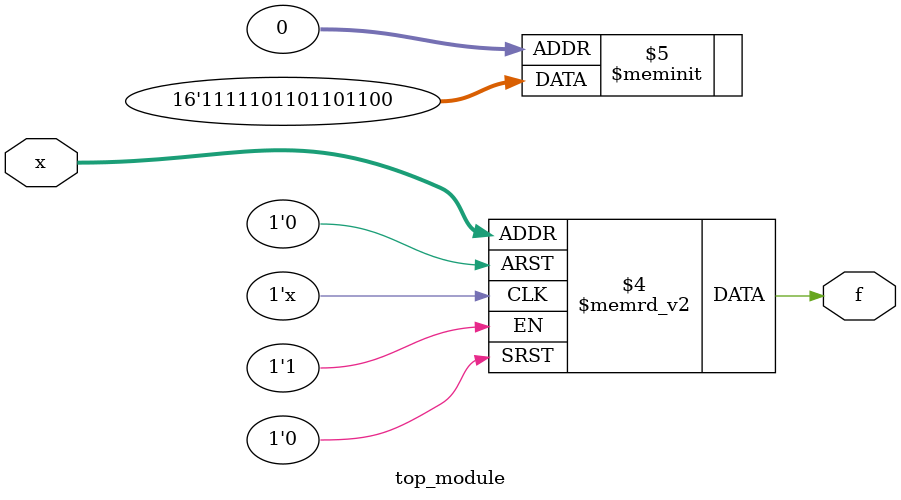
<source format=sv>
module top_module (
    input [4:1] x,
    output logic f
);

    always @(*) begin
        case (x)
            4'b0000: f = 1'b0;  // d but choose to output 0
            4'b0001: f = 1'b0;
            4'b0010: f = 1'b1;  // correct value based on K-map
            4'b0011: f = 1'b1;  // correct value based on K-map
            4'b0100: f = 1'b0;
            4'b0101: f = 1'b1;
            4'b0110: f = 1'b1;
            4'b0111: f = 1'b0;
            4'b1000: f = 1'b1;
            4'b1001: f = 1'b1;
            4'b1010: f = 1'b0;
            4'b1011: f = 1'b1;  // correct value based on K-map
            4'b1100: f = 1'b1;
            4'b1101: f = 1'b1;
            4'b1110: f = 1'b1;
            4'b1111: f = 1'b1;  // correct value based on K-map
            default: f = 1'b0;
        endcase
    end

endmodule

</source>
